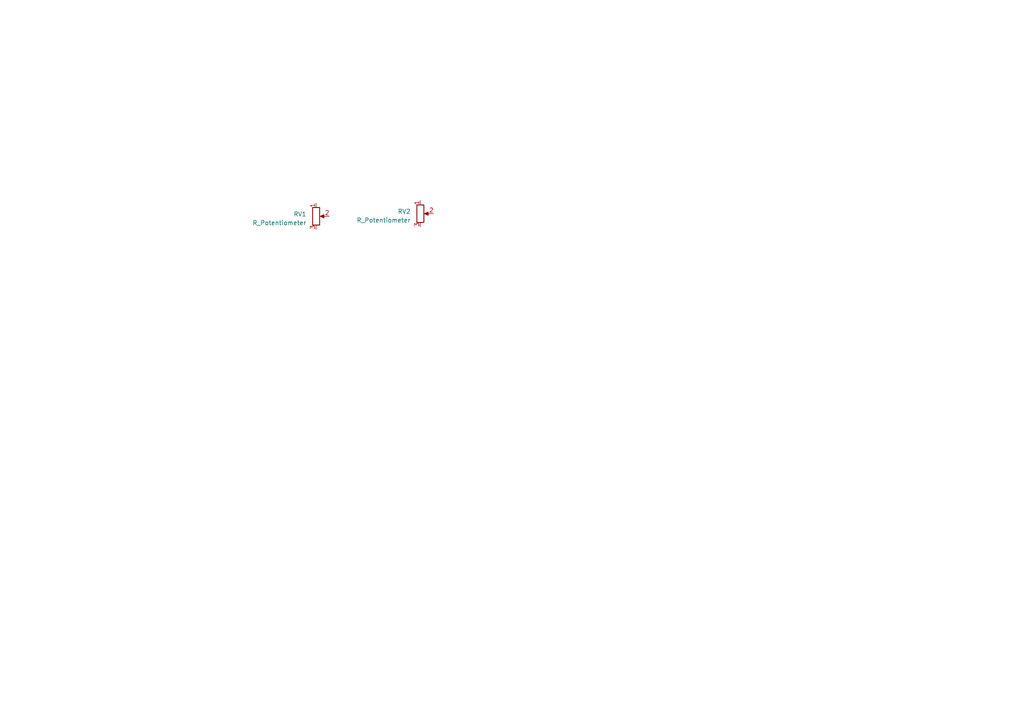
<source format=kicad_sch>
(kicad_sch (version 20230121) (generator eeschema)
  (paper "A4")
  (lib_symbols
    (symbol "Device:R_Potentiometer" (pin_names (offset 1.016) hide)
      (property "Reference" "RV" (at -4.445 0 90))
      (property "Value" "R_Potentiometer" (at -2.54 0 90))
      (symbol "R_Potentiometer_0_1"
        (polyline (pts (xy 2.54 0) (xy 1.524 0)))
        (polyline (pts (xy 1.143 0) (xy 2.286 0.508) (xy 2.286 -0.508) (xy 1.143 0)) (fill (type outline)))
        (rectangle (start 1.016 2.54) (end -1.016 -2.54) (stroke (width 0.254)))
      )
      (symbol "R_Potentiometer_1_1"
        (pin passive line (at 0 3.81 270) (length 1.27) (name "1") (number "1"))
        (pin passive line (at 3.81 0 180) (length 1.27) (name "2") (number "2"))
        (pin passive line (at 0 -3.81 90) (length 1.27) (name "3") (number "3"))
      )
    )
  )
  (symbol (lib_id "Device:R_Potentiometer") (at 121.92 61.976 0) (unit 1)
    (property "Reference" "RV2" (at 119.126 61.341 0) (effects (justify right)))
    (property "Value" "R_Potentiometer" (at 119.126 63.881 0) (effects (justify right)))
    (property "Footprint" "Pedal-Components:Potentiometer_ALPHA_RV16106N" (effects hide))
  )
  (symbol (lib_id "Device:R_Potentiometer") (at 91.694 62.738 0) (unit 1)
    (property "Reference" "RV1" (at 88.9 62.103 0) (effects (justify right)))
    (property "Value" "R_Potentiometer" (at 88.9 64.643 0) (effects (justify right)))
    (property "Footprint" "Pedal-Components:Potentiometer_ALPHA_RV16106N" (effects hide))
  )
)
</source>
